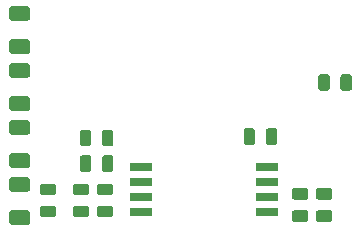
<source format=gbr>
G04 #@! TF.GenerationSoftware,KiCad,Pcbnew,(5.1.5)-3*
G04 #@! TF.CreationDate,2020-07-17T00:05:11-04:00*
G04 #@! TF.ProjectId,Power Transducer,506f7765-7220-4547-9261-6e7364756365,rev?*
G04 #@! TF.SameCoordinates,Original*
G04 #@! TF.FileFunction,Paste,Top*
G04 #@! TF.FilePolarity,Positive*
%FSLAX46Y46*%
G04 Gerber Fmt 4.6, Leading zero omitted, Abs format (unit mm)*
G04 Created by KiCad (PCBNEW (5.1.5)-3) date 2020-07-17 00:05:11*
%MOMM*%
%LPD*%
G04 APERTURE LIST*
%ADD10C,0.100000*%
%ADD11R,1.850000X0.650000*%
G04 APERTURE END LIST*
D10*
G36*
X101191142Y-85903674D02*
G01*
X101214803Y-85907184D01*
X101238007Y-85912996D01*
X101260529Y-85921054D01*
X101282153Y-85931282D01*
X101302670Y-85943579D01*
X101321883Y-85957829D01*
X101339607Y-85973893D01*
X101355671Y-85991617D01*
X101369921Y-86010830D01*
X101382218Y-86031347D01*
X101392446Y-86052971D01*
X101400504Y-86075493D01*
X101406316Y-86098697D01*
X101409826Y-86122358D01*
X101411000Y-86146250D01*
X101411000Y-86633750D01*
X101409826Y-86657642D01*
X101406316Y-86681303D01*
X101400504Y-86704507D01*
X101392446Y-86727029D01*
X101382218Y-86748653D01*
X101369921Y-86769170D01*
X101355671Y-86788383D01*
X101339607Y-86806107D01*
X101321883Y-86822171D01*
X101302670Y-86836421D01*
X101282153Y-86848718D01*
X101260529Y-86858946D01*
X101238007Y-86867004D01*
X101214803Y-86872816D01*
X101191142Y-86876326D01*
X101167250Y-86877500D01*
X100254750Y-86877500D01*
X100230858Y-86876326D01*
X100207197Y-86872816D01*
X100183993Y-86867004D01*
X100161471Y-86858946D01*
X100139847Y-86848718D01*
X100119330Y-86836421D01*
X100100117Y-86822171D01*
X100082393Y-86806107D01*
X100066329Y-86788383D01*
X100052079Y-86769170D01*
X100039782Y-86748653D01*
X100029554Y-86727029D01*
X100021496Y-86704507D01*
X100015684Y-86681303D01*
X100012174Y-86657642D01*
X100011000Y-86633750D01*
X100011000Y-86146250D01*
X100012174Y-86122358D01*
X100015684Y-86098697D01*
X100021496Y-86075493D01*
X100029554Y-86052971D01*
X100039782Y-86031347D01*
X100052079Y-86010830D01*
X100066329Y-85991617D01*
X100082393Y-85973893D01*
X100100117Y-85957829D01*
X100119330Y-85943579D01*
X100139847Y-85931282D01*
X100161471Y-85921054D01*
X100183993Y-85912996D01*
X100207197Y-85907184D01*
X100230858Y-85903674D01*
X100254750Y-85902500D01*
X101167250Y-85902500D01*
X101191142Y-85903674D01*
G37*
G36*
X101191142Y-87778674D02*
G01*
X101214803Y-87782184D01*
X101238007Y-87787996D01*
X101260529Y-87796054D01*
X101282153Y-87806282D01*
X101302670Y-87818579D01*
X101321883Y-87832829D01*
X101339607Y-87848893D01*
X101355671Y-87866617D01*
X101369921Y-87885830D01*
X101382218Y-87906347D01*
X101392446Y-87927971D01*
X101400504Y-87950493D01*
X101406316Y-87973697D01*
X101409826Y-87997358D01*
X101411000Y-88021250D01*
X101411000Y-88508750D01*
X101409826Y-88532642D01*
X101406316Y-88556303D01*
X101400504Y-88579507D01*
X101392446Y-88602029D01*
X101382218Y-88623653D01*
X101369921Y-88644170D01*
X101355671Y-88663383D01*
X101339607Y-88681107D01*
X101321883Y-88697171D01*
X101302670Y-88711421D01*
X101282153Y-88723718D01*
X101260529Y-88733946D01*
X101238007Y-88742004D01*
X101214803Y-88747816D01*
X101191142Y-88751326D01*
X101167250Y-88752500D01*
X100254750Y-88752500D01*
X100230858Y-88751326D01*
X100207197Y-88747816D01*
X100183993Y-88742004D01*
X100161471Y-88733946D01*
X100139847Y-88723718D01*
X100119330Y-88711421D01*
X100100117Y-88697171D01*
X100082393Y-88681107D01*
X100066329Y-88663383D01*
X100052079Y-88644170D01*
X100039782Y-88623653D01*
X100029554Y-88602029D01*
X100021496Y-88579507D01*
X100015684Y-88556303D01*
X100012174Y-88532642D01*
X100011000Y-88508750D01*
X100011000Y-88021250D01*
X100012174Y-87997358D01*
X100015684Y-87973697D01*
X100021496Y-87950493D01*
X100029554Y-87927971D01*
X100039782Y-87906347D01*
X100052079Y-87885830D01*
X100066329Y-87866617D01*
X100082393Y-87848893D01*
X100100117Y-87832829D01*
X100119330Y-87818579D01*
X100139847Y-87806282D01*
X100161471Y-87796054D01*
X100183993Y-87787996D01*
X100207197Y-87782184D01*
X100230858Y-87778674D01*
X100254750Y-87777500D01*
X101167250Y-87777500D01*
X101191142Y-87778674D01*
G37*
G36*
X103985142Y-87778674D02*
G01*
X104008803Y-87782184D01*
X104032007Y-87787996D01*
X104054529Y-87796054D01*
X104076153Y-87806282D01*
X104096670Y-87818579D01*
X104115883Y-87832829D01*
X104133607Y-87848893D01*
X104149671Y-87866617D01*
X104163921Y-87885830D01*
X104176218Y-87906347D01*
X104186446Y-87927971D01*
X104194504Y-87950493D01*
X104200316Y-87973697D01*
X104203826Y-87997358D01*
X104205000Y-88021250D01*
X104205000Y-88508750D01*
X104203826Y-88532642D01*
X104200316Y-88556303D01*
X104194504Y-88579507D01*
X104186446Y-88602029D01*
X104176218Y-88623653D01*
X104163921Y-88644170D01*
X104149671Y-88663383D01*
X104133607Y-88681107D01*
X104115883Y-88697171D01*
X104096670Y-88711421D01*
X104076153Y-88723718D01*
X104054529Y-88733946D01*
X104032007Y-88742004D01*
X104008803Y-88747816D01*
X103985142Y-88751326D01*
X103961250Y-88752500D01*
X103048750Y-88752500D01*
X103024858Y-88751326D01*
X103001197Y-88747816D01*
X102977993Y-88742004D01*
X102955471Y-88733946D01*
X102933847Y-88723718D01*
X102913330Y-88711421D01*
X102894117Y-88697171D01*
X102876393Y-88681107D01*
X102860329Y-88663383D01*
X102846079Y-88644170D01*
X102833782Y-88623653D01*
X102823554Y-88602029D01*
X102815496Y-88579507D01*
X102809684Y-88556303D01*
X102806174Y-88532642D01*
X102805000Y-88508750D01*
X102805000Y-88021250D01*
X102806174Y-87997358D01*
X102809684Y-87973697D01*
X102815496Y-87950493D01*
X102823554Y-87927971D01*
X102833782Y-87906347D01*
X102846079Y-87885830D01*
X102860329Y-87866617D01*
X102876393Y-87848893D01*
X102894117Y-87832829D01*
X102913330Y-87818579D01*
X102933847Y-87806282D01*
X102955471Y-87796054D01*
X102977993Y-87787996D01*
X103001197Y-87782184D01*
X103024858Y-87778674D01*
X103048750Y-87777500D01*
X103961250Y-87777500D01*
X103985142Y-87778674D01*
G37*
G36*
X103985142Y-85903674D02*
G01*
X104008803Y-85907184D01*
X104032007Y-85912996D01*
X104054529Y-85921054D01*
X104076153Y-85931282D01*
X104096670Y-85943579D01*
X104115883Y-85957829D01*
X104133607Y-85973893D01*
X104149671Y-85991617D01*
X104163921Y-86010830D01*
X104176218Y-86031347D01*
X104186446Y-86052971D01*
X104194504Y-86075493D01*
X104200316Y-86098697D01*
X104203826Y-86122358D01*
X104205000Y-86146250D01*
X104205000Y-86633750D01*
X104203826Y-86657642D01*
X104200316Y-86681303D01*
X104194504Y-86704507D01*
X104186446Y-86727029D01*
X104176218Y-86748653D01*
X104163921Y-86769170D01*
X104149671Y-86788383D01*
X104133607Y-86806107D01*
X104115883Y-86822171D01*
X104096670Y-86836421D01*
X104076153Y-86848718D01*
X104054529Y-86858946D01*
X104032007Y-86867004D01*
X104008803Y-86872816D01*
X103985142Y-86876326D01*
X103961250Y-86877500D01*
X103048750Y-86877500D01*
X103024858Y-86876326D01*
X103001197Y-86872816D01*
X102977993Y-86867004D01*
X102955471Y-86858946D01*
X102933847Y-86848718D01*
X102913330Y-86836421D01*
X102894117Y-86822171D01*
X102876393Y-86806107D01*
X102860329Y-86788383D01*
X102846079Y-86769170D01*
X102833782Y-86748653D01*
X102823554Y-86727029D01*
X102815496Y-86704507D01*
X102809684Y-86681303D01*
X102806174Y-86657642D01*
X102805000Y-86633750D01*
X102805000Y-86146250D01*
X102806174Y-86122358D01*
X102809684Y-86098697D01*
X102815496Y-86075493D01*
X102823554Y-86052971D01*
X102833782Y-86031347D01*
X102846079Y-86010830D01*
X102860329Y-85991617D01*
X102876393Y-85973893D01*
X102894117Y-85957829D01*
X102913330Y-85943579D01*
X102933847Y-85931282D01*
X102955471Y-85921054D01*
X102977993Y-85912996D01*
X103001197Y-85907184D01*
X103024858Y-85903674D01*
X103048750Y-85902500D01*
X103961250Y-85902500D01*
X103985142Y-85903674D01*
G37*
G36*
X106017142Y-85903674D02*
G01*
X106040803Y-85907184D01*
X106064007Y-85912996D01*
X106086529Y-85921054D01*
X106108153Y-85931282D01*
X106128670Y-85943579D01*
X106147883Y-85957829D01*
X106165607Y-85973893D01*
X106181671Y-85991617D01*
X106195921Y-86010830D01*
X106208218Y-86031347D01*
X106218446Y-86052971D01*
X106226504Y-86075493D01*
X106232316Y-86098697D01*
X106235826Y-86122358D01*
X106237000Y-86146250D01*
X106237000Y-86633750D01*
X106235826Y-86657642D01*
X106232316Y-86681303D01*
X106226504Y-86704507D01*
X106218446Y-86727029D01*
X106208218Y-86748653D01*
X106195921Y-86769170D01*
X106181671Y-86788383D01*
X106165607Y-86806107D01*
X106147883Y-86822171D01*
X106128670Y-86836421D01*
X106108153Y-86848718D01*
X106086529Y-86858946D01*
X106064007Y-86867004D01*
X106040803Y-86872816D01*
X106017142Y-86876326D01*
X105993250Y-86877500D01*
X105080750Y-86877500D01*
X105056858Y-86876326D01*
X105033197Y-86872816D01*
X105009993Y-86867004D01*
X104987471Y-86858946D01*
X104965847Y-86848718D01*
X104945330Y-86836421D01*
X104926117Y-86822171D01*
X104908393Y-86806107D01*
X104892329Y-86788383D01*
X104878079Y-86769170D01*
X104865782Y-86748653D01*
X104855554Y-86727029D01*
X104847496Y-86704507D01*
X104841684Y-86681303D01*
X104838174Y-86657642D01*
X104837000Y-86633750D01*
X104837000Y-86146250D01*
X104838174Y-86122358D01*
X104841684Y-86098697D01*
X104847496Y-86075493D01*
X104855554Y-86052971D01*
X104865782Y-86031347D01*
X104878079Y-86010830D01*
X104892329Y-85991617D01*
X104908393Y-85973893D01*
X104926117Y-85957829D01*
X104945330Y-85943579D01*
X104965847Y-85931282D01*
X104987471Y-85921054D01*
X105009993Y-85912996D01*
X105033197Y-85907184D01*
X105056858Y-85903674D01*
X105080750Y-85902500D01*
X105993250Y-85902500D01*
X106017142Y-85903674D01*
G37*
G36*
X106017142Y-87778674D02*
G01*
X106040803Y-87782184D01*
X106064007Y-87787996D01*
X106086529Y-87796054D01*
X106108153Y-87806282D01*
X106128670Y-87818579D01*
X106147883Y-87832829D01*
X106165607Y-87848893D01*
X106181671Y-87866617D01*
X106195921Y-87885830D01*
X106208218Y-87906347D01*
X106218446Y-87927971D01*
X106226504Y-87950493D01*
X106232316Y-87973697D01*
X106235826Y-87997358D01*
X106237000Y-88021250D01*
X106237000Y-88508750D01*
X106235826Y-88532642D01*
X106232316Y-88556303D01*
X106226504Y-88579507D01*
X106218446Y-88602029D01*
X106208218Y-88623653D01*
X106195921Y-88644170D01*
X106181671Y-88663383D01*
X106165607Y-88681107D01*
X106147883Y-88697171D01*
X106128670Y-88711421D01*
X106108153Y-88723718D01*
X106086529Y-88733946D01*
X106064007Y-88742004D01*
X106040803Y-88747816D01*
X106017142Y-88751326D01*
X105993250Y-88752500D01*
X105080750Y-88752500D01*
X105056858Y-88751326D01*
X105033197Y-88747816D01*
X105009993Y-88742004D01*
X104987471Y-88733946D01*
X104965847Y-88723718D01*
X104945330Y-88711421D01*
X104926117Y-88697171D01*
X104908393Y-88681107D01*
X104892329Y-88663383D01*
X104878079Y-88644170D01*
X104865782Y-88623653D01*
X104855554Y-88602029D01*
X104847496Y-88579507D01*
X104841684Y-88556303D01*
X104838174Y-88532642D01*
X104837000Y-88508750D01*
X104837000Y-88021250D01*
X104838174Y-87997358D01*
X104841684Y-87973697D01*
X104847496Y-87950493D01*
X104855554Y-87927971D01*
X104865782Y-87906347D01*
X104878079Y-87885830D01*
X104892329Y-87866617D01*
X104908393Y-87848893D01*
X104926117Y-87832829D01*
X104945330Y-87818579D01*
X104965847Y-87806282D01*
X104987471Y-87796054D01*
X105009993Y-87787996D01*
X105033197Y-87782184D01*
X105056858Y-87778674D01*
X105080750Y-87777500D01*
X105993250Y-87777500D01*
X106017142Y-87778674D01*
G37*
G36*
X126221642Y-76644174D02*
G01*
X126245303Y-76647684D01*
X126268507Y-76653496D01*
X126291029Y-76661554D01*
X126312653Y-76671782D01*
X126333170Y-76684079D01*
X126352383Y-76698329D01*
X126370107Y-76714393D01*
X126386171Y-76732117D01*
X126400421Y-76751330D01*
X126412718Y-76771847D01*
X126422946Y-76793471D01*
X126431004Y-76815993D01*
X126436816Y-76839197D01*
X126440326Y-76862858D01*
X126441500Y-76886750D01*
X126441500Y-77799250D01*
X126440326Y-77823142D01*
X126436816Y-77846803D01*
X126431004Y-77870007D01*
X126422946Y-77892529D01*
X126412718Y-77914153D01*
X126400421Y-77934670D01*
X126386171Y-77953883D01*
X126370107Y-77971607D01*
X126352383Y-77987671D01*
X126333170Y-78001921D01*
X126312653Y-78014218D01*
X126291029Y-78024446D01*
X126268507Y-78032504D01*
X126245303Y-78038316D01*
X126221642Y-78041826D01*
X126197750Y-78043000D01*
X125710250Y-78043000D01*
X125686358Y-78041826D01*
X125662697Y-78038316D01*
X125639493Y-78032504D01*
X125616971Y-78024446D01*
X125595347Y-78014218D01*
X125574830Y-78001921D01*
X125555617Y-77987671D01*
X125537893Y-77971607D01*
X125521829Y-77953883D01*
X125507579Y-77934670D01*
X125495282Y-77914153D01*
X125485054Y-77892529D01*
X125476996Y-77870007D01*
X125471184Y-77846803D01*
X125467674Y-77823142D01*
X125466500Y-77799250D01*
X125466500Y-76886750D01*
X125467674Y-76862858D01*
X125471184Y-76839197D01*
X125476996Y-76815993D01*
X125485054Y-76793471D01*
X125495282Y-76771847D01*
X125507579Y-76751330D01*
X125521829Y-76732117D01*
X125537893Y-76714393D01*
X125555617Y-76698329D01*
X125574830Y-76684079D01*
X125595347Y-76671782D01*
X125616971Y-76661554D01*
X125639493Y-76653496D01*
X125662697Y-76647684D01*
X125686358Y-76644174D01*
X125710250Y-76643000D01*
X126197750Y-76643000D01*
X126221642Y-76644174D01*
G37*
G36*
X124346642Y-76644174D02*
G01*
X124370303Y-76647684D01*
X124393507Y-76653496D01*
X124416029Y-76661554D01*
X124437653Y-76671782D01*
X124458170Y-76684079D01*
X124477383Y-76698329D01*
X124495107Y-76714393D01*
X124511171Y-76732117D01*
X124525421Y-76751330D01*
X124537718Y-76771847D01*
X124547946Y-76793471D01*
X124556004Y-76815993D01*
X124561816Y-76839197D01*
X124565326Y-76862858D01*
X124566500Y-76886750D01*
X124566500Y-77799250D01*
X124565326Y-77823142D01*
X124561816Y-77846803D01*
X124556004Y-77870007D01*
X124547946Y-77892529D01*
X124537718Y-77914153D01*
X124525421Y-77934670D01*
X124511171Y-77953883D01*
X124495107Y-77971607D01*
X124477383Y-77987671D01*
X124458170Y-78001921D01*
X124437653Y-78014218D01*
X124416029Y-78024446D01*
X124393507Y-78032504D01*
X124370303Y-78038316D01*
X124346642Y-78041826D01*
X124322750Y-78043000D01*
X123835250Y-78043000D01*
X123811358Y-78041826D01*
X123787697Y-78038316D01*
X123764493Y-78032504D01*
X123741971Y-78024446D01*
X123720347Y-78014218D01*
X123699830Y-78001921D01*
X123680617Y-77987671D01*
X123662893Y-77971607D01*
X123646829Y-77953883D01*
X123632579Y-77934670D01*
X123620282Y-77914153D01*
X123610054Y-77892529D01*
X123601996Y-77870007D01*
X123596184Y-77846803D01*
X123592674Y-77823142D01*
X123591500Y-77799250D01*
X123591500Y-76886750D01*
X123592674Y-76862858D01*
X123596184Y-76839197D01*
X123601996Y-76815993D01*
X123610054Y-76793471D01*
X123620282Y-76771847D01*
X123632579Y-76751330D01*
X123646829Y-76732117D01*
X123662893Y-76714393D01*
X123680617Y-76698329D01*
X123699830Y-76684079D01*
X123720347Y-76671782D01*
X123741971Y-76661554D01*
X123764493Y-76653496D01*
X123787697Y-76647684D01*
X123811358Y-76644174D01*
X123835250Y-76643000D01*
X124322750Y-76643000D01*
X124346642Y-76644174D01*
G37*
G36*
X104153642Y-83502174D02*
G01*
X104177303Y-83505684D01*
X104200507Y-83511496D01*
X104223029Y-83519554D01*
X104244653Y-83529782D01*
X104265170Y-83542079D01*
X104284383Y-83556329D01*
X104302107Y-83572393D01*
X104318171Y-83590117D01*
X104332421Y-83609330D01*
X104344718Y-83629847D01*
X104354946Y-83651471D01*
X104363004Y-83673993D01*
X104368816Y-83697197D01*
X104372326Y-83720858D01*
X104373500Y-83744750D01*
X104373500Y-84657250D01*
X104372326Y-84681142D01*
X104368816Y-84704803D01*
X104363004Y-84728007D01*
X104354946Y-84750529D01*
X104344718Y-84772153D01*
X104332421Y-84792670D01*
X104318171Y-84811883D01*
X104302107Y-84829607D01*
X104284383Y-84845671D01*
X104265170Y-84859921D01*
X104244653Y-84872218D01*
X104223029Y-84882446D01*
X104200507Y-84890504D01*
X104177303Y-84896316D01*
X104153642Y-84899826D01*
X104129750Y-84901000D01*
X103642250Y-84901000D01*
X103618358Y-84899826D01*
X103594697Y-84896316D01*
X103571493Y-84890504D01*
X103548971Y-84882446D01*
X103527347Y-84872218D01*
X103506830Y-84859921D01*
X103487617Y-84845671D01*
X103469893Y-84829607D01*
X103453829Y-84811883D01*
X103439579Y-84792670D01*
X103427282Y-84772153D01*
X103417054Y-84750529D01*
X103408996Y-84728007D01*
X103403184Y-84704803D01*
X103399674Y-84681142D01*
X103398500Y-84657250D01*
X103398500Y-83744750D01*
X103399674Y-83720858D01*
X103403184Y-83697197D01*
X103408996Y-83673993D01*
X103417054Y-83651471D01*
X103427282Y-83629847D01*
X103439579Y-83609330D01*
X103453829Y-83590117D01*
X103469893Y-83572393D01*
X103487617Y-83556329D01*
X103506830Y-83542079D01*
X103527347Y-83529782D01*
X103548971Y-83519554D01*
X103571493Y-83511496D01*
X103594697Y-83505684D01*
X103618358Y-83502174D01*
X103642250Y-83501000D01*
X104129750Y-83501000D01*
X104153642Y-83502174D01*
G37*
G36*
X106028642Y-83502174D02*
G01*
X106052303Y-83505684D01*
X106075507Y-83511496D01*
X106098029Y-83519554D01*
X106119653Y-83529782D01*
X106140170Y-83542079D01*
X106159383Y-83556329D01*
X106177107Y-83572393D01*
X106193171Y-83590117D01*
X106207421Y-83609330D01*
X106219718Y-83629847D01*
X106229946Y-83651471D01*
X106238004Y-83673993D01*
X106243816Y-83697197D01*
X106247326Y-83720858D01*
X106248500Y-83744750D01*
X106248500Y-84657250D01*
X106247326Y-84681142D01*
X106243816Y-84704803D01*
X106238004Y-84728007D01*
X106229946Y-84750529D01*
X106219718Y-84772153D01*
X106207421Y-84792670D01*
X106193171Y-84811883D01*
X106177107Y-84829607D01*
X106159383Y-84845671D01*
X106140170Y-84859921D01*
X106119653Y-84872218D01*
X106098029Y-84882446D01*
X106075507Y-84890504D01*
X106052303Y-84896316D01*
X106028642Y-84899826D01*
X106004750Y-84901000D01*
X105517250Y-84901000D01*
X105493358Y-84899826D01*
X105469697Y-84896316D01*
X105446493Y-84890504D01*
X105423971Y-84882446D01*
X105402347Y-84872218D01*
X105381830Y-84859921D01*
X105362617Y-84845671D01*
X105344893Y-84829607D01*
X105328829Y-84811883D01*
X105314579Y-84792670D01*
X105302282Y-84772153D01*
X105292054Y-84750529D01*
X105283996Y-84728007D01*
X105278184Y-84704803D01*
X105274674Y-84681142D01*
X105273500Y-84657250D01*
X105273500Y-83744750D01*
X105274674Y-83720858D01*
X105278184Y-83697197D01*
X105283996Y-83673993D01*
X105292054Y-83651471D01*
X105302282Y-83629847D01*
X105314579Y-83609330D01*
X105328829Y-83590117D01*
X105344893Y-83572393D01*
X105362617Y-83556329D01*
X105381830Y-83542079D01*
X105402347Y-83529782D01*
X105423971Y-83519554D01*
X105446493Y-83511496D01*
X105469697Y-83505684D01*
X105493358Y-83502174D01*
X105517250Y-83501000D01*
X106004750Y-83501000D01*
X106028642Y-83502174D01*
G37*
G36*
X122527142Y-88159674D02*
G01*
X122550803Y-88163184D01*
X122574007Y-88168996D01*
X122596529Y-88177054D01*
X122618153Y-88187282D01*
X122638670Y-88199579D01*
X122657883Y-88213829D01*
X122675607Y-88229893D01*
X122691671Y-88247617D01*
X122705921Y-88266830D01*
X122718218Y-88287347D01*
X122728446Y-88308971D01*
X122736504Y-88331493D01*
X122742316Y-88354697D01*
X122745826Y-88378358D01*
X122747000Y-88402250D01*
X122747000Y-88889750D01*
X122745826Y-88913642D01*
X122742316Y-88937303D01*
X122736504Y-88960507D01*
X122728446Y-88983029D01*
X122718218Y-89004653D01*
X122705921Y-89025170D01*
X122691671Y-89044383D01*
X122675607Y-89062107D01*
X122657883Y-89078171D01*
X122638670Y-89092421D01*
X122618153Y-89104718D01*
X122596529Y-89114946D01*
X122574007Y-89123004D01*
X122550803Y-89128816D01*
X122527142Y-89132326D01*
X122503250Y-89133500D01*
X121590750Y-89133500D01*
X121566858Y-89132326D01*
X121543197Y-89128816D01*
X121519993Y-89123004D01*
X121497471Y-89114946D01*
X121475847Y-89104718D01*
X121455330Y-89092421D01*
X121436117Y-89078171D01*
X121418393Y-89062107D01*
X121402329Y-89044383D01*
X121388079Y-89025170D01*
X121375782Y-89004653D01*
X121365554Y-88983029D01*
X121357496Y-88960507D01*
X121351684Y-88937303D01*
X121348174Y-88913642D01*
X121347000Y-88889750D01*
X121347000Y-88402250D01*
X121348174Y-88378358D01*
X121351684Y-88354697D01*
X121357496Y-88331493D01*
X121365554Y-88308971D01*
X121375782Y-88287347D01*
X121388079Y-88266830D01*
X121402329Y-88247617D01*
X121418393Y-88229893D01*
X121436117Y-88213829D01*
X121455330Y-88199579D01*
X121475847Y-88187282D01*
X121497471Y-88177054D01*
X121519993Y-88168996D01*
X121543197Y-88163184D01*
X121566858Y-88159674D01*
X121590750Y-88158500D01*
X122503250Y-88158500D01*
X122527142Y-88159674D01*
G37*
G36*
X122527142Y-86284674D02*
G01*
X122550803Y-86288184D01*
X122574007Y-86293996D01*
X122596529Y-86302054D01*
X122618153Y-86312282D01*
X122638670Y-86324579D01*
X122657883Y-86338829D01*
X122675607Y-86354893D01*
X122691671Y-86372617D01*
X122705921Y-86391830D01*
X122718218Y-86412347D01*
X122728446Y-86433971D01*
X122736504Y-86456493D01*
X122742316Y-86479697D01*
X122745826Y-86503358D01*
X122747000Y-86527250D01*
X122747000Y-87014750D01*
X122745826Y-87038642D01*
X122742316Y-87062303D01*
X122736504Y-87085507D01*
X122728446Y-87108029D01*
X122718218Y-87129653D01*
X122705921Y-87150170D01*
X122691671Y-87169383D01*
X122675607Y-87187107D01*
X122657883Y-87203171D01*
X122638670Y-87217421D01*
X122618153Y-87229718D01*
X122596529Y-87239946D01*
X122574007Y-87248004D01*
X122550803Y-87253816D01*
X122527142Y-87257326D01*
X122503250Y-87258500D01*
X121590750Y-87258500D01*
X121566858Y-87257326D01*
X121543197Y-87253816D01*
X121519993Y-87248004D01*
X121497471Y-87239946D01*
X121475847Y-87229718D01*
X121455330Y-87217421D01*
X121436117Y-87203171D01*
X121418393Y-87187107D01*
X121402329Y-87169383D01*
X121388079Y-87150170D01*
X121375782Y-87129653D01*
X121365554Y-87108029D01*
X121357496Y-87085507D01*
X121351684Y-87062303D01*
X121348174Y-87038642D01*
X121347000Y-87014750D01*
X121347000Y-86527250D01*
X121348174Y-86503358D01*
X121351684Y-86479697D01*
X121357496Y-86456493D01*
X121365554Y-86433971D01*
X121375782Y-86412347D01*
X121388079Y-86391830D01*
X121402329Y-86372617D01*
X121418393Y-86354893D01*
X121436117Y-86338829D01*
X121455330Y-86324579D01*
X121475847Y-86312282D01*
X121497471Y-86302054D01*
X121519993Y-86293996D01*
X121543197Y-86288184D01*
X121566858Y-86284674D01*
X121590750Y-86283500D01*
X122503250Y-86283500D01*
X122527142Y-86284674D01*
G37*
G36*
X124559142Y-86284674D02*
G01*
X124582803Y-86288184D01*
X124606007Y-86293996D01*
X124628529Y-86302054D01*
X124650153Y-86312282D01*
X124670670Y-86324579D01*
X124689883Y-86338829D01*
X124707607Y-86354893D01*
X124723671Y-86372617D01*
X124737921Y-86391830D01*
X124750218Y-86412347D01*
X124760446Y-86433971D01*
X124768504Y-86456493D01*
X124774316Y-86479697D01*
X124777826Y-86503358D01*
X124779000Y-86527250D01*
X124779000Y-87014750D01*
X124777826Y-87038642D01*
X124774316Y-87062303D01*
X124768504Y-87085507D01*
X124760446Y-87108029D01*
X124750218Y-87129653D01*
X124737921Y-87150170D01*
X124723671Y-87169383D01*
X124707607Y-87187107D01*
X124689883Y-87203171D01*
X124670670Y-87217421D01*
X124650153Y-87229718D01*
X124628529Y-87239946D01*
X124606007Y-87248004D01*
X124582803Y-87253816D01*
X124559142Y-87257326D01*
X124535250Y-87258500D01*
X123622750Y-87258500D01*
X123598858Y-87257326D01*
X123575197Y-87253816D01*
X123551993Y-87248004D01*
X123529471Y-87239946D01*
X123507847Y-87229718D01*
X123487330Y-87217421D01*
X123468117Y-87203171D01*
X123450393Y-87187107D01*
X123434329Y-87169383D01*
X123420079Y-87150170D01*
X123407782Y-87129653D01*
X123397554Y-87108029D01*
X123389496Y-87085507D01*
X123383684Y-87062303D01*
X123380174Y-87038642D01*
X123379000Y-87014750D01*
X123379000Y-86527250D01*
X123380174Y-86503358D01*
X123383684Y-86479697D01*
X123389496Y-86456493D01*
X123397554Y-86433971D01*
X123407782Y-86412347D01*
X123420079Y-86391830D01*
X123434329Y-86372617D01*
X123450393Y-86354893D01*
X123468117Y-86338829D01*
X123487330Y-86324579D01*
X123507847Y-86312282D01*
X123529471Y-86302054D01*
X123551993Y-86293996D01*
X123575197Y-86288184D01*
X123598858Y-86284674D01*
X123622750Y-86283500D01*
X124535250Y-86283500D01*
X124559142Y-86284674D01*
G37*
G36*
X124559142Y-88159674D02*
G01*
X124582803Y-88163184D01*
X124606007Y-88168996D01*
X124628529Y-88177054D01*
X124650153Y-88187282D01*
X124670670Y-88199579D01*
X124689883Y-88213829D01*
X124707607Y-88229893D01*
X124723671Y-88247617D01*
X124737921Y-88266830D01*
X124750218Y-88287347D01*
X124760446Y-88308971D01*
X124768504Y-88331493D01*
X124774316Y-88354697D01*
X124777826Y-88378358D01*
X124779000Y-88402250D01*
X124779000Y-88889750D01*
X124777826Y-88913642D01*
X124774316Y-88937303D01*
X124768504Y-88960507D01*
X124760446Y-88983029D01*
X124750218Y-89004653D01*
X124737921Y-89025170D01*
X124723671Y-89044383D01*
X124707607Y-89062107D01*
X124689883Y-89078171D01*
X124670670Y-89092421D01*
X124650153Y-89104718D01*
X124628529Y-89114946D01*
X124606007Y-89123004D01*
X124582803Y-89128816D01*
X124559142Y-89132326D01*
X124535250Y-89133500D01*
X123622750Y-89133500D01*
X123598858Y-89132326D01*
X123575197Y-89128816D01*
X123551993Y-89123004D01*
X123529471Y-89114946D01*
X123507847Y-89104718D01*
X123487330Y-89092421D01*
X123468117Y-89078171D01*
X123450393Y-89062107D01*
X123434329Y-89044383D01*
X123420079Y-89025170D01*
X123407782Y-89004653D01*
X123397554Y-88983029D01*
X123389496Y-88960507D01*
X123383684Y-88937303D01*
X123380174Y-88913642D01*
X123379000Y-88889750D01*
X123379000Y-88402250D01*
X123380174Y-88378358D01*
X123383684Y-88354697D01*
X123389496Y-88331493D01*
X123397554Y-88308971D01*
X123407782Y-88287347D01*
X123420079Y-88266830D01*
X123434329Y-88247617D01*
X123450393Y-88229893D01*
X123468117Y-88213829D01*
X123487330Y-88199579D01*
X123507847Y-88187282D01*
X123529471Y-88177054D01*
X123551993Y-88168996D01*
X123575197Y-88163184D01*
X123598858Y-88159674D01*
X123622750Y-88158500D01*
X124535250Y-88158500D01*
X124559142Y-88159674D01*
G37*
G36*
X119901642Y-81216174D02*
G01*
X119925303Y-81219684D01*
X119948507Y-81225496D01*
X119971029Y-81233554D01*
X119992653Y-81243782D01*
X120013170Y-81256079D01*
X120032383Y-81270329D01*
X120050107Y-81286393D01*
X120066171Y-81304117D01*
X120080421Y-81323330D01*
X120092718Y-81343847D01*
X120102946Y-81365471D01*
X120111004Y-81387993D01*
X120116816Y-81411197D01*
X120120326Y-81434858D01*
X120121500Y-81458750D01*
X120121500Y-82371250D01*
X120120326Y-82395142D01*
X120116816Y-82418803D01*
X120111004Y-82442007D01*
X120102946Y-82464529D01*
X120092718Y-82486153D01*
X120080421Y-82506670D01*
X120066171Y-82525883D01*
X120050107Y-82543607D01*
X120032383Y-82559671D01*
X120013170Y-82573921D01*
X119992653Y-82586218D01*
X119971029Y-82596446D01*
X119948507Y-82604504D01*
X119925303Y-82610316D01*
X119901642Y-82613826D01*
X119877750Y-82615000D01*
X119390250Y-82615000D01*
X119366358Y-82613826D01*
X119342697Y-82610316D01*
X119319493Y-82604504D01*
X119296971Y-82596446D01*
X119275347Y-82586218D01*
X119254830Y-82573921D01*
X119235617Y-82559671D01*
X119217893Y-82543607D01*
X119201829Y-82525883D01*
X119187579Y-82506670D01*
X119175282Y-82486153D01*
X119165054Y-82464529D01*
X119156996Y-82442007D01*
X119151184Y-82418803D01*
X119147674Y-82395142D01*
X119146500Y-82371250D01*
X119146500Y-81458750D01*
X119147674Y-81434858D01*
X119151184Y-81411197D01*
X119156996Y-81387993D01*
X119165054Y-81365471D01*
X119175282Y-81343847D01*
X119187579Y-81323330D01*
X119201829Y-81304117D01*
X119217893Y-81286393D01*
X119235617Y-81270329D01*
X119254830Y-81256079D01*
X119275347Y-81243782D01*
X119296971Y-81233554D01*
X119319493Y-81225496D01*
X119342697Y-81219684D01*
X119366358Y-81216174D01*
X119390250Y-81215000D01*
X119877750Y-81215000D01*
X119901642Y-81216174D01*
G37*
G36*
X118026642Y-81216174D02*
G01*
X118050303Y-81219684D01*
X118073507Y-81225496D01*
X118096029Y-81233554D01*
X118117653Y-81243782D01*
X118138170Y-81256079D01*
X118157383Y-81270329D01*
X118175107Y-81286393D01*
X118191171Y-81304117D01*
X118205421Y-81323330D01*
X118217718Y-81343847D01*
X118227946Y-81365471D01*
X118236004Y-81387993D01*
X118241816Y-81411197D01*
X118245326Y-81434858D01*
X118246500Y-81458750D01*
X118246500Y-82371250D01*
X118245326Y-82395142D01*
X118241816Y-82418803D01*
X118236004Y-82442007D01*
X118227946Y-82464529D01*
X118217718Y-82486153D01*
X118205421Y-82506670D01*
X118191171Y-82525883D01*
X118175107Y-82543607D01*
X118157383Y-82559671D01*
X118138170Y-82573921D01*
X118117653Y-82586218D01*
X118096029Y-82596446D01*
X118073507Y-82604504D01*
X118050303Y-82610316D01*
X118026642Y-82613826D01*
X118002750Y-82615000D01*
X117515250Y-82615000D01*
X117491358Y-82613826D01*
X117467697Y-82610316D01*
X117444493Y-82604504D01*
X117421971Y-82596446D01*
X117400347Y-82586218D01*
X117379830Y-82573921D01*
X117360617Y-82559671D01*
X117342893Y-82543607D01*
X117326829Y-82525883D01*
X117312579Y-82506670D01*
X117300282Y-82486153D01*
X117290054Y-82464529D01*
X117281996Y-82442007D01*
X117276184Y-82418803D01*
X117272674Y-82395142D01*
X117271500Y-82371250D01*
X117271500Y-81458750D01*
X117272674Y-81434858D01*
X117276184Y-81411197D01*
X117281996Y-81387993D01*
X117290054Y-81365471D01*
X117300282Y-81343847D01*
X117312579Y-81323330D01*
X117326829Y-81304117D01*
X117342893Y-81286393D01*
X117360617Y-81270329D01*
X117379830Y-81256079D01*
X117400347Y-81243782D01*
X117421971Y-81233554D01*
X117444493Y-81225496D01*
X117467697Y-81219684D01*
X117491358Y-81216174D01*
X117515250Y-81215000D01*
X118002750Y-81215000D01*
X118026642Y-81216174D01*
G37*
G36*
X106028642Y-81343174D02*
G01*
X106052303Y-81346684D01*
X106075507Y-81352496D01*
X106098029Y-81360554D01*
X106119653Y-81370782D01*
X106140170Y-81383079D01*
X106159383Y-81397329D01*
X106177107Y-81413393D01*
X106193171Y-81431117D01*
X106207421Y-81450330D01*
X106219718Y-81470847D01*
X106229946Y-81492471D01*
X106238004Y-81514993D01*
X106243816Y-81538197D01*
X106247326Y-81561858D01*
X106248500Y-81585750D01*
X106248500Y-82498250D01*
X106247326Y-82522142D01*
X106243816Y-82545803D01*
X106238004Y-82569007D01*
X106229946Y-82591529D01*
X106219718Y-82613153D01*
X106207421Y-82633670D01*
X106193171Y-82652883D01*
X106177107Y-82670607D01*
X106159383Y-82686671D01*
X106140170Y-82700921D01*
X106119653Y-82713218D01*
X106098029Y-82723446D01*
X106075507Y-82731504D01*
X106052303Y-82737316D01*
X106028642Y-82740826D01*
X106004750Y-82742000D01*
X105517250Y-82742000D01*
X105493358Y-82740826D01*
X105469697Y-82737316D01*
X105446493Y-82731504D01*
X105423971Y-82723446D01*
X105402347Y-82713218D01*
X105381830Y-82700921D01*
X105362617Y-82686671D01*
X105344893Y-82670607D01*
X105328829Y-82652883D01*
X105314579Y-82633670D01*
X105302282Y-82613153D01*
X105292054Y-82591529D01*
X105283996Y-82569007D01*
X105278184Y-82545803D01*
X105274674Y-82522142D01*
X105273500Y-82498250D01*
X105273500Y-81585750D01*
X105274674Y-81561858D01*
X105278184Y-81538197D01*
X105283996Y-81514993D01*
X105292054Y-81492471D01*
X105302282Y-81470847D01*
X105314579Y-81450330D01*
X105328829Y-81431117D01*
X105344893Y-81413393D01*
X105362617Y-81397329D01*
X105381830Y-81383079D01*
X105402347Y-81370782D01*
X105423971Y-81360554D01*
X105446493Y-81352496D01*
X105469697Y-81346684D01*
X105493358Y-81343174D01*
X105517250Y-81342000D01*
X106004750Y-81342000D01*
X106028642Y-81343174D01*
G37*
G36*
X104153642Y-81343174D02*
G01*
X104177303Y-81346684D01*
X104200507Y-81352496D01*
X104223029Y-81360554D01*
X104244653Y-81370782D01*
X104265170Y-81383079D01*
X104284383Y-81397329D01*
X104302107Y-81413393D01*
X104318171Y-81431117D01*
X104332421Y-81450330D01*
X104344718Y-81470847D01*
X104354946Y-81492471D01*
X104363004Y-81514993D01*
X104368816Y-81538197D01*
X104372326Y-81561858D01*
X104373500Y-81585750D01*
X104373500Y-82498250D01*
X104372326Y-82522142D01*
X104368816Y-82545803D01*
X104363004Y-82569007D01*
X104354946Y-82591529D01*
X104344718Y-82613153D01*
X104332421Y-82633670D01*
X104318171Y-82652883D01*
X104302107Y-82670607D01*
X104284383Y-82686671D01*
X104265170Y-82700921D01*
X104244653Y-82713218D01*
X104223029Y-82723446D01*
X104200507Y-82731504D01*
X104177303Y-82737316D01*
X104153642Y-82740826D01*
X104129750Y-82742000D01*
X103642250Y-82742000D01*
X103618358Y-82740826D01*
X103594697Y-82737316D01*
X103571493Y-82731504D01*
X103548971Y-82723446D01*
X103527347Y-82713218D01*
X103506830Y-82700921D01*
X103487617Y-82686671D01*
X103469893Y-82670607D01*
X103453829Y-82652883D01*
X103439579Y-82633670D01*
X103427282Y-82613153D01*
X103417054Y-82591529D01*
X103408996Y-82569007D01*
X103403184Y-82545803D01*
X103399674Y-82522142D01*
X103398500Y-82498250D01*
X103398500Y-81585750D01*
X103399674Y-81561858D01*
X103403184Y-81538197D01*
X103408996Y-81514993D01*
X103417054Y-81492471D01*
X103427282Y-81470847D01*
X103439579Y-81450330D01*
X103453829Y-81431117D01*
X103469893Y-81413393D01*
X103487617Y-81397329D01*
X103506830Y-81383079D01*
X103527347Y-81370782D01*
X103548971Y-81360554D01*
X103571493Y-81352496D01*
X103594697Y-81346684D01*
X103618358Y-81343174D01*
X103642250Y-81342000D01*
X104129750Y-81342000D01*
X104153642Y-81343174D01*
G37*
D11*
X108594000Y-84455000D03*
X108594000Y-85725000D03*
X108594000Y-86995000D03*
X108594000Y-88265000D03*
X119244000Y-88265000D03*
X119244000Y-86995000D03*
X119244000Y-85725000D03*
X119244000Y-84455000D03*
D10*
G36*
X98947504Y-70871204D02*
G01*
X98971773Y-70874804D01*
X98995571Y-70880765D01*
X99018671Y-70889030D01*
X99040849Y-70899520D01*
X99061893Y-70912133D01*
X99081598Y-70926747D01*
X99099777Y-70943223D01*
X99116253Y-70961402D01*
X99130867Y-70981107D01*
X99143480Y-71002151D01*
X99153970Y-71024329D01*
X99162235Y-71047429D01*
X99168196Y-71071227D01*
X99171796Y-71095496D01*
X99173000Y-71120000D01*
X99173000Y-71870000D01*
X99171796Y-71894504D01*
X99168196Y-71918773D01*
X99162235Y-71942571D01*
X99153970Y-71965671D01*
X99143480Y-71987849D01*
X99130867Y-72008893D01*
X99116253Y-72028598D01*
X99099777Y-72046777D01*
X99081598Y-72063253D01*
X99061893Y-72077867D01*
X99040849Y-72090480D01*
X99018671Y-72100970D01*
X98995571Y-72109235D01*
X98971773Y-72115196D01*
X98947504Y-72118796D01*
X98923000Y-72120000D01*
X97673000Y-72120000D01*
X97648496Y-72118796D01*
X97624227Y-72115196D01*
X97600429Y-72109235D01*
X97577329Y-72100970D01*
X97555151Y-72090480D01*
X97534107Y-72077867D01*
X97514402Y-72063253D01*
X97496223Y-72046777D01*
X97479747Y-72028598D01*
X97465133Y-72008893D01*
X97452520Y-71987849D01*
X97442030Y-71965671D01*
X97433765Y-71942571D01*
X97427804Y-71918773D01*
X97424204Y-71894504D01*
X97423000Y-71870000D01*
X97423000Y-71120000D01*
X97424204Y-71095496D01*
X97427804Y-71071227D01*
X97433765Y-71047429D01*
X97442030Y-71024329D01*
X97452520Y-71002151D01*
X97465133Y-70981107D01*
X97479747Y-70961402D01*
X97496223Y-70943223D01*
X97514402Y-70926747D01*
X97534107Y-70912133D01*
X97555151Y-70899520D01*
X97577329Y-70889030D01*
X97600429Y-70880765D01*
X97624227Y-70874804D01*
X97648496Y-70871204D01*
X97673000Y-70870000D01*
X98923000Y-70870000D01*
X98947504Y-70871204D01*
G37*
G36*
X98947504Y-73671204D02*
G01*
X98971773Y-73674804D01*
X98995571Y-73680765D01*
X99018671Y-73689030D01*
X99040849Y-73699520D01*
X99061893Y-73712133D01*
X99081598Y-73726747D01*
X99099777Y-73743223D01*
X99116253Y-73761402D01*
X99130867Y-73781107D01*
X99143480Y-73802151D01*
X99153970Y-73824329D01*
X99162235Y-73847429D01*
X99168196Y-73871227D01*
X99171796Y-73895496D01*
X99173000Y-73920000D01*
X99173000Y-74670000D01*
X99171796Y-74694504D01*
X99168196Y-74718773D01*
X99162235Y-74742571D01*
X99153970Y-74765671D01*
X99143480Y-74787849D01*
X99130867Y-74808893D01*
X99116253Y-74828598D01*
X99099777Y-74846777D01*
X99081598Y-74863253D01*
X99061893Y-74877867D01*
X99040849Y-74890480D01*
X99018671Y-74900970D01*
X98995571Y-74909235D01*
X98971773Y-74915196D01*
X98947504Y-74918796D01*
X98923000Y-74920000D01*
X97673000Y-74920000D01*
X97648496Y-74918796D01*
X97624227Y-74915196D01*
X97600429Y-74909235D01*
X97577329Y-74900970D01*
X97555151Y-74890480D01*
X97534107Y-74877867D01*
X97514402Y-74863253D01*
X97496223Y-74846777D01*
X97479747Y-74828598D01*
X97465133Y-74808893D01*
X97452520Y-74787849D01*
X97442030Y-74765671D01*
X97433765Y-74742571D01*
X97427804Y-74718773D01*
X97424204Y-74694504D01*
X97423000Y-74670000D01*
X97423000Y-73920000D01*
X97424204Y-73895496D01*
X97427804Y-73871227D01*
X97433765Y-73847429D01*
X97442030Y-73824329D01*
X97452520Y-73802151D01*
X97465133Y-73781107D01*
X97479747Y-73761402D01*
X97496223Y-73743223D01*
X97514402Y-73726747D01*
X97534107Y-73712133D01*
X97555151Y-73699520D01*
X97577329Y-73689030D01*
X97600429Y-73680765D01*
X97624227Y-73674804D01*
X97648496Y-73671204D01*
X97673000Y-73670000D01*
X98923000Y-73670000D01*
X98947504Y-73671204D01*
G37*
G36*
X98947504Y-78497204D02*
G01*
X98971773Y-78500804D01*
X98995571Y-78506765D01*
X99018671Y-78515030D01*
X99040849Y-78525520D01*
X99061893Y-78538133D01*
X99081598Y-78552747D01*
X99099777Y-78569223D01*
X99116253Y-78587402D01*
X99130867Y-78607107D01*
X99143480Y-78628151D01*
X99153970Y-78650329D01*
X99162235Y-78673429D01*
X99168196Y-78697227D01*
X99171796Y-78721496D01*
X99173000Y-78746000D01*
X99173000Y-79496000D01*
X99171796Y-79520504D01*
X99168196Y-79544773D01*
X99162235Y-79568571D01*
X99153970Y-79591671D01*
X99143480Y-79613849D01*
X99130867Y-79634893D01*
X99116253Y-79654598D01*
X99099777Y-79672777D01*
X99081598Y-79689253D01*
X99061893Y-79703867D01*
X99040849Y-79716480D01*
X99018671Y-79726970D01*
X98995571Y-79735235D01*
X98971773Y-79741196D01*
X98947504Y-79744796D01*
X98923000Y-79746000D01*
X97673000Y-79746000D01*
X97648496Y-79744796D01*
X97624227Y-79741196D01*
X97600429Y-79735235D01*
X97577329Y-79726970D01*
X97555151Y-79716480D01*
X97534107Y-79703867D01*
X97514402Y-79689253D01*
X97496223Y-79672777D01*
X97479747Y-79654598D01*
X97465133Y-79634893D01*
X97452520Y-79613849D01*
X97442030Y-79591671D01*
X97433765Y-79568571D01*
X97427804Y-79544773D01*
X97424204Y-79520504D01*
X97423000Y-79496000D01*
X97423000Y-78746000D01*
X97424204Y-78721496D01*
X97427804Y-78697227D01*
X97433765Y-78673429D01*
X97442030Y-78650329D01*
X97452520Y-78628151D01*
X97465133Y-78607107D01*
X97479747Y-78587402D01*
X97496223Y-78569223D01*
X97514402Y-78552747D01*
X97534107Y-78538133D01*
X97555151Y-78525520D01*
X97577329Y-78515030D01*
X97600429Y-78506765D01*
X97624227Y-78500804D01*
X97648496Y-78497204D01*
X97673000Y-78496000D01*
X98923000Y-78496000D01*
X98947504Y-78497204D01*
G37*
G36*
X98947504Y-75697204D02*
G01*
X98971773Y-75700804D01*
X98995571Y-75706765D01*
X99018671Y-75715030D01*
X99040849Y-75725520D01*
X99061893Y-75738133D01*
X99081598Y-75752747D01*
X99099777Y-75769223D01*
X99116253Y-75787402D01*
X99130867Y-75807107D01*
X99143480Y-75828151D01*
X99153970Y-75850329D01*
X99162235Y-75873429D01*
X99168196Y-75897227D01*
X99171796Y-75921496D01*
X99173000Y-75946000D01*
X99173000Y-76696000D01*
X99171796Y-76720504D01*
X99168196Y-76744773D01*
X99162235Y-76768571D01*
X99153970Y-76791671D01*
X99143480Y-76813849D01*
X99130867Y-76834893D01*
X99116253Y-76854598D01*
X99099777Y-76872777D01*
X99081598Y-76889253D01*
X99061893Y-76903867D01*
X99040849Y-76916480D01*
X99018671Y-76926970D01*
X98995571Y-76935235D01*
X98971773Y-76941196D01*
X98947504Y-76944796D01*
X98923000Y-76946000D01*
X97673000Y-76946000D01*
X97648496Y-76944796D01*
X97624227Y-76941196D01*
X97600429Y-76935235D01*
X97577329Y-76926970D01*
X97555151Y-76916480D01*
X97534107Y-76903867D01*
X97514402Y-76889253D01*
X97496223Y-76872777D01*
X97479747Y-76854598D01*
X97465133Y-76834893D01*
X97452520Y-76813849D01*
X97442030Y-76791671D01*
X97433765Y-76768571D01*
X97427804Y-76744773D01*
X97424204Y-76720504D01*
X97423000Y-76696000D01*
X97423000Y-75946000D01*
X97424204Y-75921496D01*
X97427804Y-75897227D01*
X97433765Y-75873429D01*
X97442030Y-75850329D01*
X97452520Y-75828151D01*
X97465133Y-75807107D01*
X97479747Y-75787402D01*
X97496223Y-75769223D01*
X97514402Y-75752747D01*
X97534107Y-75738133D01*
X97555151Y-75725520D01*
X97577329Y-75715030D01*
X97600429Y-75706765D01*
X97624227Y-75700804D01*
X97648496Y-75697204D01*
X97673000Y-75696000D01*
X98923000Y-75696000D01*
X98947504Y-75697204D01*
G37*
G36*
X98947504Y-80523204D02*
G01*
X98971773Y-80526804D01*
X98995571Y-80532765D01*
X99018671Y-80541030D01*
X99040849Y-80551520D01*
X99061893Y-80564133D01*
X99081598Y-80578747D01*
X99099777Y-80595223D01*
X99116253Y-80613402D01*
X99130867Y-80633107D01*
X99143480Y-80654151D01*
X99153970Y-80676329D01*
X99162235Y-80699429D01*
X99168196Y-80723227D01*
X99171796Y-80747496D01*
X99173000Y-80772000D01*
X99173000Y-81522000D01*
X99171796Y-81546504D01*
X99168196Y-81570773D01*
X99162235Y-81594571D01*
X99153970Y-81617671D01*
X99143480Y-81639849D01*
X99130867Y-81660893D01*
X99116253Y-81680598D01*
X99099777Y-81698777D01*
X99081598Y-81715253D01*
X99061893Y-81729867D01*
X99040849Y-81742480D01*
X99018671Y-81752970D01*
X98995571Y-81761235D01*
X98971773Y-81767196D01*
X98947504Y-81770796D01*
X98923000Y-81772000D01*
X97673000Y-81772000D01*
X97648496Y-81770796D01*
X97624227Y-81767196D01*
X97600429Y-81761235D01*
X97577329Y-81752970D01*
X97555151Y-81742480D01*
X97534107Y-81729867D01*
X97514402Y-81715253D01*
X97496223Y-81698777D01*
X97479747Y-81680598D01*
X97465133Y-81660893D01*
X97452520Y-81639849D01*
X97442030Y-81617671D01*
X97433765Y-81594571D01*
X97427804Y-81570773D01*
X97424204Y-81546504D01*
X97423000Y-81522000D01*
X97423000Y-80772000D01*
X97424204Y-80747496D01*
X97427804Y-80723227D01*
X97433765Y-80699429D01*
X97442030Y-80676329D01*
X97452520Y-80654151D01*
X97465133Y-80633107D01*
X97479747Y-80613402D01*
X97496223Y-80595223D01*
X97514402Y-80578747D01*
X97534107Y-80564133D01*
X97555151Y-80551520D01*
X97577329Y-80541030D01*
X97600429Y-80532765D01*
X97624227Y-80526804D01*
X97648496Y-80523204D01*
X97673000Y-80522000D01*
X98923000Y-80522000D01*
X98947504Y-80523204D01*
G37*
G36*
X98947504Y-83323204D02*
G01*
X98971773Y-83326804D01*
X98995571Y-83332765D01*
X99018671Y-83341030D01*
X99040849Y-83351520D01*
X99061893Y-83364133D01*
X99081598Y-83378747D01*
X99099777Y-83395223D01*
X99116253Y-83413402D01*
X99130867Y-83433107D01*
X99143480Y-83454151D01*
X99153970Y-83476329D01*
X99162235Y-83499429D01*
X99168196Y-83523227D01*
X99171796Y-83547496D01*
X99173000Y-83572000D01*
X99173000Y-84322000D01*
X99171796Y-84346504D01*
X99168196Y-84370773D01*
X99162235Y-84394571D01*
X99153970Y-84417671D01*
X99143480Y-84439849D01*
X99130867Y-84460893D01*
X99116253Y-84480598D01*
X99099777Y-84498777D01*
X99081598Y-84515253D01*
X99061893Y-84529867D01*
X99040849Y-84542480D01*
X99018671Y-84552970D01*
X98995571Y-84561235D01*
X98971773Y-84567196D01*
X98947504Y-84570796D01*
X98923000Y-84572000D01*
X97673000Y-84572000D01*
X97648496Y-84570796D01*
X97624227Y-84567196D01*
X97600429Y-84561235D01*
X97577329Y-84552970D01*
X97555151Y-84542480D01*
X97534107Y-84529867D01*
X97514402Y-84515253D01*
X97496223Y-84498777D01*
X97479747Y-84480598D01*
X97465133Y-84460893D01*
X97452520Y-84439849D01*
X97442030Y-84417671D01*
X97433765Y-84394571D01*
X97427804Y-84370773D01*
X97424204Y-84346504D01*
X97423000Y-84322000D01*
X97423000Y-83572000D01*
X97424204Y-83547496D01*
X97427804Y-83523227D01*
X97433765Y-83499429D01*
X97442030Y-83476329D01*
X97452520Y-83454151D01*
X97465133Y-83433107D01*
X97479747Y-83413402D01*
X97496223Y-83395223D01*
X97514402Y-83378747D01*
X97534107Y-83364133D01*
X97555151Y-83351520D01*
X97577329Y-83341030D01*
X97600429Y-83332765D01*
X97624227Y-83326804D01*
X97648496Y-83323204D01*
X97673000Y-83322000D01*
X98923000Y-83322000D01*
X98947504Y-83323204D01*
G37*
G36*
X98947504Y-88149204D02*
G01*
X98971773Y-88152804D01*
X98995571Y-88158765D01*
X99018671Y-88167030D01*
X99040849Y-88177520D01*
X99061893Y-88190133D01*
X99081598Y-88204747D01*
X99099777Y-88221223D01*
X99116253Y-88239402D01*
X99130867Y-88259107D01*
X99143480Y-88280151D01*
X99153970Y-88302329D01*
X99162235Y-88325429D01*
X99168196Y-88349227D01*
X99171796Y-88373496D01*
X99173000Y-88398000D01*
X99173000Y-89148000D01*
X99171796Y-89172504D01*
X99168196Y-89196773D01*
X99162235Y-89220571D01*
X99153970Y-89243671D01*
X99143480Y-89265849D01*
X99130867Y-89286893D01*
X99116253Y-89306598D01*
X99099777Y-89324777D01*
X99081598Y-89341253D01*
X99061893Y-89355867D01*
X99040849Y-89368480D01*
X99018671Y-89378970D01*
X98995571Y-89387235D01*
X98971773Y-89393196D01*
X98947504Y-89396796D01*
X98923000Y-89398000D01*
X97673000Y-89398000D01*
X97648496Y-89396796D01*
X97624227Y-89393196D01*
X97600429Y-89387235D01*
X97577329Y-89378970D01*
X97555151Y-89368480D01*
X97534107Y-89355867D01*
X97514402Y-89341253D01*
X97496223Y-89324777D01*
X97479747Y-89306598D01*
X97465133Y-89286893D01*
X97452520Y-89265849D01*
X97442030Y-89243671D01*
X97433765Y-89220571D01*
X97427804Y-89196773D01*
X97424204Y-89172504D01*
X97423000Y-89148000D01*
X97423000Y-88398000D01*
X97424204Y-88373496D01*
X97427804Y-88349227D01*
X97433765Y-88325429D01*
X97442030Y-88302329D01*
X97452520Y-88280151D01*
X97465133Y-88259107D01*
X97479747Y-88239402D01*
X97496223Y-88221223D01*
X97514402Y-88204747D01*
X97534107Y-88190133D01*
X97555151Y-88177520D01*
X97577329Y-88167030D01*
X97600429Y-88158765D01*
X97624227Y-88152804D01*
X97648496Y-88149204D01*
X97673000Y-88148000D01*
X98923000Y-88148000D01*
X98947504Y-88149204D01*
G37*
G36*
X98947504Y-85349204D02*
G01*
X98971773Y-85352804D01*
X98995571Y-85358765D01*
X99018671Y-85367030D01*
X99040849Y-85377520D01*
X99061893Y-85390133D01*
X99081598Y-85404747D01*
X99099777Y-85421223D01*
X99116253Y-85439402D01*
X99130867Y-85459107D01*
X99143480Y-85480151D01*
X99153970Y-85502329D01*
X99162235Y-85525429D01*
X99168196Y-85549227D01*
X99171796Y-85573496D01*
X99173000Y-85598000D01*
X99173000Y-86348000D01*
X99171796Y-86372504D01*
X99168196Y-86396773D01*
X99162235Y-86420571D01*
X99153970Y-86443671D01*
X99143480Y-86465849D01*
X99130867Y-86486893D01*
X99116253Y-86506598D01*
X99099777Y-86524777D01*
X99081598Y-86541253D01*
X99061893Y-86555867D01*
X99040849Y-86568480D01*
X99018671Y-86578970D01*
X98995571Y-86587235D01*
X98971773Y-86593196D01*
X98947504Y-86596796D01*
X98923000Y-86598000D01*
X97673000Y-86598000D01*
X97648496Y-86596796D01*
X97624227Y-86593196D01*
X97600429Y-86587235D01*
X97577329Y-86578970D01*
X97555151Y-86568480D01*
X97534107Y-86555867D01*
X97514402Y-86541253D01*
X97496223Y-86524777D01*
X97479747Y-86506598D01*
X97465133Y-86486893D01*
X97452520Y-86465849D01*
X97442030Y-86443671D01*
X97433765Y-86420571D01*
X97427804Y-86396773D01*
X97424204Y-86372504D01*
X97423000Y-86348000D01*
X97423000Y-85598000D01*
X97424204Y-85573496D01*
X97427804Y-85549227D01*
X97433765Y-85525429D01*
X97442030Y-85502329D01*
X97452520Y-85480151D01*
X97465133Y-85459107D01*
X97479747Y-85439402D01*
X97496223Y-85421223D01*
X97514402Y-85404747D01*
X97534107Y-85390133D01*
X97555151Y-85377520D01*
X97577329Y-85367030D01*
X97600429Y-85358765D01*
X97624227Y-85352804D01*
X97648496Y-85349204D01*
X97673000Y-85348000D01*
X98923000Y-85348000D01*
X98947504Y-85349204D01*
G37*
M02*

</source>
